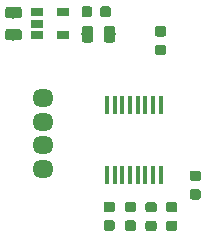
<source format=gbp>
G04 #@! TF.GenerationSoftware,KiCad,Pcbnew,(5.1.2)-1*
G04 #@! TF.CreationDate,2023-02-04T08:31:17+09:00*
G04 #@! TF.ProjectId,IR,49522e6b-6963-4616-945f-706362585858,v1.2*
G04 #@! TF.SameCoordinates,Original*
G04 #@! TF.FileFunction,Paste,Bot*
G04 #@! TF.FilePolarity,Positive*
%FSLAX46Y46*%
G04 Gerber Fmt 4.6, Leading zero omitted, Abs format (unit mm)*
G04 Created by KiCad (PCBNEW (5.1.2)-1) date 2023-02-04 08:31:17*
%MOMM*%
%LPD*%
G04 APERTURE LIST*
%ADD10C,0.050000*%
%ADD11C,0.875000*%
%ADD12O,1.800000X1.524000*%
%ADD13C,0.975000*%
%ADD14R,1.060000X0.650000*%
%ADD15R,0.450000X1.500000*%
G04 APERTURE END LIST*
D10*
G36*
X198367691Y-114146053D02*
G01*
X198388926Y-114149203D01*
X198409750Y-114154419D01*
X198429962Y-114161651D01*
X198449368Y-114170830D01*
X198467781Y-114181866D01*
X198485024Y-114194654D01*
X198500930Y-114209070D01*
X198515346Y-114224976D01*
X198528134Y-114242219D01*
X198539170Y-114260632D01*
X198548349Y-114280038D01*
X198555581Y-114300250D01*
X198560797Y-114321074D01*
X198563947Y-114342309D01*
X198565000Y-114363750D01*
X198565000Y-114801250D01*
X198563947Y-114822691D01*
X198560797Y-114843926D01*
X198555581Y-114864750D01*
X198548349Y-114884962D01*
X198539170Y-114904368D01*
X198528134Y-114922781D01*
X198515346Y-114940024D01*
X198500930Y-114955930D01*
X198485024Y-114970346D01*
X198467781Y-114983134D01*
X198449368Y-114994170D01*
X198429962Y-115003349D01*
X198409750Y-115010581D01*
X198388926Y-115015797D01*
X198367691Y-115018947D01*
X198346250Y-115020000D01*
X197833750Y-115020000D01*
X197812309Y-115018947D01*
X197791074Y-115015797D01*
X197770250Y-115010581D01*
X197750038Y-115003349D01*
X197730632Y-114994170D01*
X197712219Y-114983134D01*
X197694976Y-114970346D01*
X197679070Y-114955930D01*
X197664654Y-114940024D01*
X197651866Y-114922781D01*
X197640830Y-114904368D01*
X197631651Y-114884962D01*
X197624419Y-114864750D01*
X197619203Y-114843926D01*
X197616053Y-114822691D01*
X197615000Y-114801250D01*
X197615000Y-114363750D01*
X197616053Y-114342309D01*
X197619203Y-114321074D01*
X197624419Y-114300250D01*
X197631651Y-114280038D01*
X197640830Y-114260632D01*
X197651866Y-114242219D01*
X197664654Y-114224976D01*
X197679070Y-114209070D01*
X197694976Y-114194654D01*
X197712219Y-114181866D01*
X197730632Y-114170830D01*
X197750038Y-114161651D01*
X197770250Y-114154419D01*
X197791074Y-114149203D01*
X197812309Y-114146053D01*
X197833750Y-114145000D01*
X198346250Y-114145000D01*
X198367691Y-114146053D01*
X198367691Y-114146053D01*
G37*
D11*
X198090000Y-114582500D03*
D10*
G36*
X198367691Y-115721053D02*
G01*
X198388926Y-115724203D01*
X198409750Y-115729419D01*
X198429962Y-115736651D01*
X198449368Y-115745830D01*
X198467781Y-115756866D01*
X198485024Y-115769654D01*
X198500930Y-115784070D01*
X198515346Y-115799976D01*
X198528134Y-115817219D01*
X198539170Y-115835632D01*
X198548349Y-115855038D01*
X198555581Y-115875250D01*
X198560797Y-115896074D01*
X198563947Y-115917309D01*
X198565000Y-115938750D01*
X198565000Y-116376250D01*
X198563947Y-116397691D01*
X198560797Y-116418926D01*
X198555581Y-116439750D01*
X198548349Y-116459962D01*
X198539170Y-116479368D01*
X198528134Y-116497781D01*
X198515346Y-116515024D01*
X198500930Y-116530930D01*
X198485024Y-116545346D01*
X198467781Y-116558134D01*
X198449368Y-116569170D01*
X198429962Y-116578349D01*
X198409750Y-116585581D01*
X198388926Y-116590797D01*
X198367691Y-116593947D01*
X198346250Y-116595000D01*
X197833750Y-116595000D01*
X197812309Y-116593947D01*
X197791074Y-116590797D01*
X197770250Y-116585581D01*
X197750038Y-116578349D01*
X197730632Y-116569170D01*
X197712219Y-116558134D01*
X197694976Y-116545346D01*
X197679070Y-116530930D01*
X197664654Y-116515024D01*
X197651866Y-116497781D01*
X197640830Y-116479368D01*
X197631651Y-116459962D01*
X197624419Y-116439750D01*
X197619203Y-116418926D01*
X197616053Y-116397691D01*
X197615000Y-116376250D01*
X197615000Y-115938750D01*
X197616053Y-115917309D01*
X197619203Y-115896074D01*
X197624419Y-115875250D01*
X197631651Y-115855038D01*
X197640830Y-115835632D01*
X197651866Y-115817219D01*
X197664654Y-115799976D01*
X197679070Y-115784070D01*
X197694976Y-115769654D01*
X197712219Y-115756866D01*
X197730632Y-115745830D01*
X197750038Y-115736651D01*
X197770250Y-115729419D01*
X197791074Y-115724203D01*
X197812309Y-115721053D01*
X197833750Y-115720000D01*
X198346250Y-115720000D01*
X198367691Y-115721053D01*
X198367691Y-115721053D01*
G37*
D11*
X198090000Y-116157500D03*
D12*
X185200000Y-114000000D03*
X185200000Y-112000000D03*
X185200000Y-110000000D03*
X185200000Y-108000000D03*
D10*
G36*
X183180142Y-100276174D02*
G01*
X183203803Y-100279684D01*
X183227007Y-100285496D01*
X183249529Y-100293554D01*
X183271153Y-100303782D01*
X183291670Y-100316079D01*
X183310883Y-100330329D01*
X183328607Y-100346393D01*
X183344671Y-100364117D01*
X183358921Y-100383330D01*
X183371218Y-100403847D01*
X183381446Y-100425471D01*
X183389504Y-100447993D01*
X183395316Y-100471197D01*
X183398826Y-100494858D01*
X183400000Y-100518750D01*
X183400000Y-101006250D01*
X183398826Y-101030142D01*
X183395316Y-101053803D01*
X183389504Y-101077007D01*
X183381446Y-101099529D01*
X183371218Y-101121153D01*
X183358921Y-101141670D01*
X183344671Y-101160883D01*
X183328607Y-101178607D01*
X183310883Y-101194671D01*
X183291670Y-101208921D01*
X183271153Y-101221218D01*
X183249529Y-101231446D01*
X183227007Y-101239504D01*
X183203803Y-101245316D01*
X183180142Y-101248826D01*
X183156250Y-101250000D01*
X182243750Y-101250000D01*
X182219858Y-101248826D01*
X182196197Y-101245316D01*
X182172993Y-101239504D01*
X182150471Y-101231446D01*
X182128847Y-101221218D01*
X182108330Y-101208921D01*
X182089117Y-101194671D01*
X182071393Y-101178607D01*
X182055329Y-101160883D01*
X182041079Y-101141670D01*
X182028782Y-101121153D01*
X182018554Y-101099529D01*
X182010496Y-101077007D01*
X182004684Y-101053803D01*
X182001174Y-101030142D01*
X182000000Y-101006250D01*
X182000000Y-100518750D01*
X182001174Y-100494858D01*
X182004684Y-100471197D01*
X182010496Y-100447993D01*
X182018554Y-100425471D01*
X182028782Y-100403847D01*
X182041079Y-100383330D01*
X182055329Y-100364117D01*
X182071393Y-100346393D01*
X182089117Y-100330329D01*
X182108330Y-100316079D01*
X182128847Y-100303782D01*
X182150471Y-100293554D01*
X182172993Y-100285496D01*
X182196197Y-100279684D01*
X182219858Y-100276174D01*
X182243750Y-100275000D01*
X183156250Y-100275000D01*
X183180142Y-100276174D01*
X183180142Y-100276174D01*
G37*
D13*
X182700000Y-100762500D03*
D10*
G36*
X183180142Y-102151174D02*
G01*
X183203803Y-102154684D01*
X183227007Y-102160496D01*
X183249529Y-102168554D01*
X183271153Y-102178782D01*
X183291670Y-102191079D01*
X183310883Y-102205329D01*
X183328607Y-102221393D01*
X183344671Y-102239117D01*
X183358921Y-102258330D01*
X183371218Y-102278847D01*
X183381446Y-102300471D01*
X183389504Y-102322993D01*
X183395316Y-102346197D01*
X183398826Y-102369858D01*
X183400000Y-102393750D01*
X183400000Y-102881250D01*
X183398826Y-102905142D01*
X183395316Y-102928803D01*
X183389504Y-102952007D01*
X183381446Y-102974529D01*
X183371218Y-102996153D01*
X183358921Y-103016670D01*
X183344671Y-103035883D01*
X183328607Y-103053607D01*
X183310883Y-103069671D01*
X183291670Y-103083921D01*
X183271153Y-103096218D01*
X183249529Y-103106446D01*
X183227007Y-103114504D01*
X183203803Y-103120316D01*
X183180142Y-103123826D01*
X183156250Y-103125000D01*
X182243750Y-103125000D01*
X182219858Y-103123826D01*
X182196197Y-103120316D01*
X182172993Y-103114504D01*
X182150471Y-103106446D01*
X182128847Y-103096218D01*
X182108330Y-103083921D01*
X182089117Y-103069671D01*
X182071393Y-103053607D01*
X182055329Y-103035883D01*
X182041079Y-103016670D01*
X182028782Y-102996153D01*
X182018554Y-102974529D01*
X182010496Y-102952007D01*
X182004684Y-102928803D01*
X182001174Y-102905142D01*
X182000000Y-102881250D01*
X182000000Y-102393750D01*
X182001174Y-102369858D01*
X182004684Y-102346197D01*
X182010496Y-102322993D01*
X182018554Y-102300471D01*
X182028782Y-102278847D01*
X182041079Y-102258330D01*
X182055329Y-102239117D01*
X182071393Y-102221393D01*
X182089117Y-102205329D01*
X182108330Y-102191079D01*
X182128847Y-102178782D01*
X182150471Y-102168554D01*
X182172993Y-102160496D01*
X182196197Y-102154684D01*
X182219858Y-102151174D01*
X182243750Y-102150000D01*
X183156250Y-102150000D01*
X183180142Y-102151174D01*
X183180142Y-102151174D01*
G37*
D13*
X182700000Y-102637500D03*
D10*
G36*
X190727691Y-100226053D02*
G01*
X190748926Y-100229203D01*
X190769750Y-100234419D01*
X190789962Y-100241651D01*
X190809368Y-100250830D01*
X190827781Y-100261866D01*
X190845024Y-100274654D01*
X190860930Y-100289070D01*
X190875346Y-100304976D01*
X190888134Y-100322219D01*
X190899170Y-100340632D01*
X190908349Y-100360038D01*
X190915581Y-100380250D01*
X190920797Y-100401074D01*
X190923947Y-100422309D01*
X190925000Y-100443750D01*
X190925000Y-100956250D01*
X190923947Y-100977691D01*
X190920797Y-100998926D01*
X190915581Y-101019750D01*
X190908349Y-101039962D01*
X190899170Y-101059368D01*
X190888134Y-101077781D01*
X190875346Y-101095024D01*
X190860930Y-101110930D01*
X190845024Y-101125346D01*
X190827781Y-101138134D01*
X190809368Y-101149170D01*
X190789962Y-101158349D01*
X190769750Y-101165581D01*
X190748926Y-101170797D01*
X190727691Y-101173947D01*
X190706250Y-101175000D01*
X190268750Y-101175000D01*
X190247309Y-101173947D01*
X190226074Y-101170797D01*
X190205250Y-101165581D01*
X190185038Y-101158349D01*
X190165632Y-101149170D01*
X190147219Y-101138134D01*
X190129976Y-101125346D01*
X190114070Y-101110930D01*
X190099654Y-101095024D01*
X190086866Y-101077781D01*
X190075830Y-101059368D01*
X190066651Y-101039962D01*
X190059419Y-101019750D01*
X190054203Y-100998926D01*
X190051053Y-100977691D01*
X190050000Y-100956250D01*
X190050000Y-100443750D01*
X190051053Y-100422309D01*
X190054203Y-100401074D01*
X190059419Y-100380250D01*
X190066651Y-100360038D01*
X190075830Y-100340632D01*
X190086866Y-100322219D01*
X190099654Y-100304976D01*
X190114070Y-100289070D01*
X190129976Y-100274654D01*
X190147219Y-100261866D01*
X190165632Y-100250830D01*
X190185038Y-100241651D01*
X190205250Y-100234419D01*
X190226074Y-100229203D01*
X190247309Y-100226053D01*
X190268750Y-100225000D01*
X190706250Y-100225000D01*
X190727691Y-100226053D01*
X190727691Y-100226053D01*
G37*
D11*
X190487500Y-100700000D03*
D10*
G36*
X189152691Y-100226053D02*
G01*
X189173926Y-100229203D01*
X189194750Y-100234419D01*
X189214962Y-100241651D01*
X189234368Y-100250830D01*
X189252781Y-100261866D01*
X189270024Y-100274654D01*
X189285930Y-100289070D01*
X189300346Y-100304976D01*
X189313134Y-100322219D01*
X189324170Y-100340632D01*
X189333349Y-100360038D01*
X189340581Y-100380250D01*
X189345797Y-100401074D01*
X189348947Y-100422309D01*
X189350000Y-100443750D01*
X189350000Y-100956250D01*
X189348947Y-100977691D01*
X189345797Y-100998926D01*
X189340581Y-101019750D01*
X189333349Y-101039962D01*
X189324170Y-101059368D01*
X189313134Y-101077781D01*
X189300346Y-101095024D01*
X189285930Y-101110930D01*
X189270024Y-101125346D01*
X189252781Y-101138134D01*
X189234368Y-101149170D01*
X189214962Y-101158349D01*
X189194750Y-101165581D01*
X189173926Y-101170797D01*
X189152691Y-101173947D01*
X189131250Y-101175000D01*
X188693750Y-101175000D01*
X188672309Y-101173947D01*
X188651074Y-101170797D01*
X188630250Y-101165581D01*
X188610038Y-101158349D01*
X188590632Y-101149170D01*
X188572219Y-101138134D01*
X188554976Y-101125346D01*
X188539070Y-101110930D01*
X188524654Y-101095024D01*
X188511866Y-101077781D01*
X188500830Y-101059368D01*
X188491651Y-101039962D01*
X188484419Y-101019750D01*
X188479203Y-100998926D01*
X188476053Y-100977691D01*
X188475000Y-100956250D01*
X188475000Y-100443750D01*
X188476053Y-100422309D01*
X188479203Y-100401074D01*
X188484419Y-100380250D01*
X188491651Y-100360038D01*
X188500830Y-100340632D01*
X188511866Y-100322219D01*
X188524654Y-100304976D01*
X188539070Y-100289070D01*
X188554976Y-100274654D01*
X188572219Y-100261866D01*
X188590632Y-100250830D01*
X188610038Y-100241651D01*
X188630250Y-100234419D01*
X188651074Y-100229203D01*
X188672309Y-100226053D01*
X188693750Y-100225000D01*
X189131250Y-100225000D01*
X189152691Y-100226053D01*
X189152691Y-100226053D01*
G37*
D11*
X188912500Y-100700000D03*
D10*
G36*
X189230142Y-101901174D02*
G01*
X189253803Y-101904684D01*
X189277007Y-101910496D01*
X189299529Y-101918554D01*
X189321153Y-101928782D01*
X189341670Y-101941079D01*
X189360883Y-101955329D01*
X189378607Y-101971393D01*
X189394671Y-101989117D01*
X189408921Y-102008330D01*
X189421218Y-102028847D01*
X189431446Y-102050471D01*
X189439504Y-102072993D01*
X189445316Y-102096197D01*
X189448826Y-102119858D01*
X189450000Y-102143750D01*
X189450000Y-103056250D01*
X189448826Y-103080142D01*
X189445316Y-103103803D01*
X189439504Y-103127007D01*
X189431446Y-103149529D01*
X189421218Y-103171153D01*
X189408921Y-103191670D01*
X189394671Y-103210883D01*
X189378607Y-103228607D01*
X189360883Y-103244671D01*
X189341670Y-103258921D01*
X189321153Y-103271218D01*
X189299529Y-103281446D01*
X189277007Y-103289504D01*
X189253803Y-103295316D01*
X189230142Y-103298826D01*
X189206250Y-103300000D01*
X188718750Y-103300000D01*
X188694858Y-103298826D01*
X188671197Y-103295316D01*
X188647993Y-103289504D01*
X188625471Y-103281446D01*
X188603847Y-103271218D01*
X188583330Y-103258921D01*
X188564117Y-103244671D01*
X188546393Y-103228607D01*
X188530329Y-103210883D01*
X188516079Y-103191670D01*
X188503782Y-103171153D01*
X188493554Y-103149529D01*
X188485496Y-103127007D01*
X188479684Y-103103803D01*
X188476174Y-103080142D01*
X188475000Y-103056250D01*
X188475000Y-102143750D01*
X188476174Y-102119858D01*
X188479684Y-102096197D01*
X188485496Y-102072993D01*
X188493554Y-102050471D01*
X188503782Y-102028847D01*
X188516079Y-102008330D01*
X188530329Y-101989117D01*
X188546393Y-101971393D01*
X188564117Y-101955329D01*
X188583330Y-101941079D01*
X188603847Y-101928782D01*
X188625471Y-101918554D01*
X188647993Y-101910496D01*
X188671197Y-101904684D01*
X188694858Y-101901174D01*
X188718750Y-101900000D01*
X189206250Y-101900000D01*
X189230142Y-101901174D01*
X189230142Y-101901174D01*
G37*
D13*
X188962500Y-102600000D03*
D10*
G36*
X191105142Y-101901174D02*
G01*
X191128803Y-101904684D01*
X191152007Y-101910496D01*
X191174529Y-101918554D01*
X191196153Y-101928782D01*
X191216670Y-101941079D01*
X191235883Y-101955329D01*
X191253607Y-101971393D01*
X191269671Y-101989117D01*
X191283921Y-102008330D01*
X191296218Y-102028847D01*
X191306446Y-102050471D01*
X191314504Y-102072993D01*
X191320316Y-102096197D01*
X191323826Y-102119858D01*
X191325000Y-102143750D01*
X191325000Y-103056250D01*
X191323826Y-103080142D01*
X191320316Y-103103803D01*
X191314504Y-103127007D01*
X191306446Y-103149529D01*
X191296218Y-103171153D01*
X191283921Y-103191670D01*
X191269671Y-103210883D01*
X191253607Y-103228607D01*
X191235883Y-103244671D01*
X191216670Y-103258921D01*
X191196153Y-103271218D01*
X191174529Y-103281446D01*
X191152007Y-103289504D01*
X191128803Y-103295316D01*
X191105142Y-103298826D01*
X191081250Y-103300000D01*
X190593750Y-103300000D01*
X190569858Y-103298826D01*
X190546197Y-103295316D01*
X190522993Y-103289504D01*
X190500471Y-103281446D01*
X190478847Y-103271218D01*
X190458330Y-103258921D01*
X190439117Y-103244671D01*
X190421393Y-103228607D01*
X190405329Y-103210883D01*
X190391079Y-103191670D01*
X190378782Y-103171153D01*
X190368554Y-103149529D01*
X190360496Y-103127007D01*
X190354684Y-103103803D01*
X190351174Y-103080142D01*
X190350000Y-103056250D01*
X190350000Y-102143750D01*
X190351174Y-102119858D01*
X190354684Y-102096197D01*
X190360496Y-102072993D01*
X190368554Y-102050471D01*
X190378782Y-102028847D01*
X190391079Y-102008330D01*
X190405329Y-101989117D01*
X190421393Y-101971393D01*
X190439117Y-101955329D01*
X190458330Y-101941079D01*
X190478847Y-101928782D01*
X190500471Y-101918554D01*
X190522993Y-101910496D01*
X190546197Y-101904684D01*
X190569858Y-101901174D01*
X190593750Y-101900000D01*
X191081250Y-101900000D01*
X191105142Y-101901174D01*
X191105142Y-101901174D01*
G37*
D13*
X190837500Y-102600000D03*
D14*
X184700000Y-102650000D03*
X184700000Y-101700000D03*
X184700000Y-100750000D03*
X186900000Y-100750000D03*
X186900000Y-102650000D03*
D10*
G36*
X196377691Y-116814053D02*
G01*
X196398926Y-116817203D01*
X196419750Y-116822419D01*
X196439962Y-116829651D01*
X196459368Y-116838830D01*
X196477781Y-116849866D01*
X196495024Y-116862654D01*
X196510930Y-116877070D01*
X196525346Y-116892976D01*
X196538134Y-116910219D01*
X196549170Y-116928632D01*
X196558349Y-116948038D01*
X196565581Y-116968250D01*
X196570797Y-116989074D01*
X196573947Y-117010309D01*
X196575000Y-117031750D01*
X196575000Y-117469250D01*
X196573947Y-117490691D01*
X196570797Y-117511926D01*
X196565581Y-117532750D01*
X196558349Y-117552962D01*
X196549170Y-117572368D01*
X196538134Y-117590781D01*
X196525346Y-117608024D01*
X196510930Y-117623930D01*
X196495024Y-117638346D01*
X196477781Y-117651134D01*
X196459368Y-117662170D01*
X196439962Y-117671349D01*
X196419750Y-117678581D01*
X196398926Y-117683797D01*
X196377691Y-117686947D01*
X196356250Y-117688000D01*
X195843750Y-117688000D01*
X195822309Y-117686947D01*
X195801074Y-117683797D01*
X195780250Y-117678581D01*
X195760038Y-117671349D01*
X195740632Y-117662170D01*
X195722219Y-117651134D01*
X195704976Y-117638346D01*
X195689070Y-117623930D01*
X195674654Y-117608024D01*
X195661866Y-117590781D01*
X195650830Y-117572368D01*
X195641651Y-117552962D01*
X195634419Y-117532750D01*
X195629203Y-117511926D01*
X195626053Y-117490691D01*
X195625000Y-117469250D01*
X195625000Y-117031750D01*
X195626053Y-117010309D01*
X195629203Y-116989074D01*
X195634419Y-116968250D01*
X195641651Y-116948038D01*
X195650830Y-116928632D01*
X195661866Y-116910219D01*
X195674654Y-116892976D01*
X195689070Y-116877070D01*
X195704976Y-116862654D01*
X195722219Y-116849866D01*
X195740632Y-116838830D01*
X195760038Y-116829651D01*
X195780250Y-116822419D01*
X195801074Y-116817203D01*
X195822309Y-116814053D01*
X195843750Y-116813000D01*
X196356250Y-116813000D01*
X196377691Y-116814053D01*
X196377691Y-116814053D01*
G37*
D11*
X196100000Y-117250500D03*
D10*
G36*
X196377691Y-118389053D02*
G01*
X196398926Y-118392203D01*
X196419750Y-118397419D01*
X196439962Y-118404651D01*
X196459368Y-118413830D01*
X196477781Y-118424866D01*
X196495024Y-118437654D01*
X196510930Y-118452070D01*
X196525346Y-118467976D01*
X196538134Y-118485219D01*
X196549170Y-118503632D01*
X196558349Y-118523038D01*
X196565581Y-118543250D01*
X196570797Y-118564074D01*
X196573947Y-118585309D01*
X196575000Y-118606750D01*
X196575000Y-119044250D01*
X196573947Y-119065691D01*
X196570797Y-119086926D01*
X196565581Y-119107750D01*
X196558349Y-119127962D01*
X196549170Y-119147368D01*
X196538134Y-119165781D01*
X196525346Y-119183024D01*
X196510930Y-119198930D01*
X196495024Y-119213346D01*
X196477781Y-119226134D01*
X196459368Y-119237170D01*
X196439962Y-119246349D01*
X196419750Y-119253581D01*
X196398926Y-119258797D01*
X196377691Y-119261947D01*
X196356250Y-119263000D01*
X195843750Y-119263000D01*
X195822309Y-119261947D01*
X195801074Y-119258797D01*
X195780250Y-119253581D01*
X195760038Y-119246349D01*
X195740632Y-119237170D01*
X195722219Y-119226134D01*
X195704976Y-119213346D01*
X195689070Y-119198930D01*
X195674654Y-119183024D01*
X195661866Y-119165781D01*
X195650830Y-119147368D01*
X195641651Y-119127962D01*
X195634419Y-119107750D01*
X195629203Y-119086926D01*
X195626053Y-119065691D01*
X195625000Y-119044250D01*
X195625000Y-118606750D01*
X195626053Y-118585309D01*
X195629203Y-118564074D01*
X195634419Y-118543250D01*
X195641651Y-118523038D01*
X195650830Y-118503632D01*
X195661866Y-118485219D01*
X195674654Y-118467976D01*
X195689070Y-118452070D01*
X195704976Y-118437654D01*
X195722219Y-118424866D01*
X195740632Y-118413830D01*
X195760038Y-118404651D01*
X195780250Y-118397419D01*
X195801074Y-118392203D01*
X195822309Y-118389053D01*
X195843750Y-118388000D01*
X196356250Y-118388000D01*
X196377691Y-118389053D01*
X196377691Y-118389053D01*
G37*
D11*
X196100000Y-118825500D03*
D10*
G36*
X195427691Y-103493053D02*
G01*
X195448926Y-103496203D01*
X195469750Y-103501419D01*
X195489962Y-103508651D01*
X195509368Y-103517830D01*
X195527781Y-103528866D01*
X195545024Y-103541654D01*
X195560930Y-103556070D01*
X195575346Y-103571976D01*
X195588134Y-103589219D01*
X195599170Y-103607632D01*
X195608349Y-103627038D01*
X195615581Y-103647250D01*
X195620797Y-103668074D01*
X195623947Y-103689309D01*
X195625000Y-103710750D01*
X195625000Y-104148250D01*
X195623947Y-104169691D01*
X195620797Y-104190926D01*
X195615581Y-104211750D01*
X195608349Y-104231962D01*
X195599170Y-104251368D01*
X195588134Y-104269781D01*
X195575346Y-104287024D01*
X195560930Y-104302930D01*
X195545024Y-104317346D01*
X195527781Y-104330134D01*
X195509368Y-104341170D01*
X195489962Y-104350349D01*
X195469750Y-104357581D01*
X195448926Y-104362797D01*
X195427691Y-104365947D01*
X195406250Y-104367000D01*
X194893750Y-104367000D01*
X194872309Y-104365947D01*
X194851074Y-104362797D01*
X194830250Y-104357581D01*
X194810038Y-104350349D01*
X194790632Y-104341170D01*
X194772219Y-104330134D01*
X194754976Y-104317346D01*
X194739070Y-104302930D01*
X194724654Y-104287024D01*
X194711866Y-104269781D01*
X194700830Y-104251368D01*
X194691651Y-104231962D01*
X194684419Y-104211750D01*
X194679203Y-104190926D01*
X194676053Y-104169691D01*
X194675000Y-104148250D01*
X194675000Y-103710750D01*
X194676053Y-103689309D01*
X194679203Y-103668074D01*
X194684419Y-103647250D01*
X194691651Y-103627038D01*
X194700830Y-103607632D01*
X194711866Y-103589219D01*
X194724654Y-103571976D01*
X194739070Y-103556070D01*
X194754976Y-103541654D01*
X194772219Y-103528866D01*
X194790632Y-103517830D01*
X194810038Y-103508651D01*
X194830250Y-103501419D01*
X194851074Y-103496203D01*
X194872309Y-103493053D01*
X194893750Y-103492000D01*
X195406250Y-103492000D01*
X195427691Y-103493053D01*
X195427691Y-103493053D01*
G37*
D11*
X195150000Y-103929500D03*
D10*
G36*
X195427691Y-101918053D02*
G01*
X195448926Y-101921203D01*
X195469750Y-101926419D01*
X195489962Y-101933651D01*
X195509368Y-101942830D01*
X195527781Y-101953866D01*
X195545024Y-101966654D01*
X195560930Y-101981070D01*
X195575346Y-101996976D01*
X195588134Y-102014219D01*
X195599170Y-102032632D01*
X195608349Y-102052038D01*
X195615581Y-102072250D01*
X195620797Y-102093074D01*
X195623947Y-102114309D01*
X195625000Y-102135750D01*
X195625000Y-102573250D01*
X195623947Y-102594691D01*
X195620797Y-102615926D01*
X195615581Y-102636750D01*
X195608349Y-102656962D01*
X195599170Y-102676368D01*
X195588134Y-102694781D01*
X195575346Y-102712024D01*
X195560930Y-102727930D01*
X195545024Y-102742346D01*
X195527781Y-102755134D01*
X195509368Y-102766170D01*
X195489962Y-102775349D01*
X195469750Y-102782581D01*
X195448926Y-102787797D01*
X195427691Y-102790947D01*
X195406250Y-102792000D01*
X194893750Y-102792000D01*
X194872309Y-102790947D01*
X194851074Y-102787797D01*
X194830250Y-102782581D01*
X194810038Y-102775349D01*
X194790632Y-102766170D01*
X194772219Y-102755134D01*
X194754976Y-102742346D01*
X194739070Y-102727930D01*
X194724654Y-102712024D01*
X194711866Y-102694781D01*
X194700830Y-102676368D01*
X194691651Y-102656962D01*
X194684419Y-102636750D01*
X194679203Y-102615926D01*
X194676053Y-102594691D01*
X194675000Y-102573250D01*
X194675000Y-102135750D01*
X194676053Y-102114309D01*
X194679203Y-102093074D01*
X194684419Y-102072250D01*
X194691651Y-102052038D01*
X194700830Y-102032632D01*
X194711866Y-102014219D01*
X194724654Y-101996976D01*
X194739070Y-101981070D01*
X194754976Y-101966654D01*
X194772219Y-101953866D01*
X194790632Y-101942830D01*
X194810038Y-101933651D01*
X194830250Y-101926419D01*
X194851074Y-101921203D01*
X194872309Y-101918053D01*
X194893750Y-101917000D01*
X195406250Y-101917000D01*
X195427691Y-101918053D01*
X195427691Y-101918053D01*
G37*
D11*
X195150000Y-102354500D03*
D10*
G36*
X192877691Y-118363053D02*
G01*
X192898926Y-118366203D01*
X192919750Y-118371419D01*
X192939962Y-118378651D01*
X192959368Y-118387830D01*
X192977781Y-118398866D01*
X192995024Y-118411654D01*
X193010930Y-118426070D01*
X193025346Y-118441976D01*
X193038134Y-118459219D01*
X193049170Y-118477632D01*
X193058349Y-118497038D01*
X193065581Y-118517250D01*
X193070797Y-118538074D01*
X193073947Y-118559309D01*
X193075000Y-118580750D01*
X193075000Y-119018250D01*
X193073947Y-119039691D01*
X193070797Y-119060926D01*
X193065581Y-119081750D01*
X193058349Y-119101962D01*
X193049170Y-119121368D01*
X193038134Y-119139781D01*
X193025346Y-119157024D01*
X193010930Y-119172930D01*
X192995024Y-119187346D01*
X192977781Y-119200134D01*
X192959368Y-119211170D01*
X192939962Y-119220349D01*
X192919750Y-119227581D01*
X192898926Y-119232797D01*
X192877691Y-119235947D01*
X192856250Y-119237000D01*
X192343750Y-119237000D01*
X192322309Y-119235947D01*
X192301074Y-119232797D01*
X192280250Y-119227581D01*
X192260038Y-119220349D01*
X192240632Y-119211170D01*
X192222219Y-119200134D01*
X192204976Y-119187346D01*
X192189070Y-119172930D01*
X192174654Y-119157024D01*
X192161866Y-119139781D01*
X192150830Y-119121368D01*
X192141651Y-119101962D01*
X192134419Y-119081750D01*
X192129203Y-119060926D01*
X192126053Y-119039691D01*
X192125000Y-119018250D01*
X192125000Y-118580750D01*
X192126053Y-118559309D01*
X192129203Y-118538074D01*
X192134419Y-118517250D01*
X192141651Y-118497038D01*
X192150830Y-118477632D01*
X192161866Y-118459219D01*
X192174654Y-118441976D01*
X192189070Y-118426070D01*
X192204976Y-118411654D01*
X192222219Y-118398866D01*
X192240632Y-118387830D01*
X192260038Y-118378651D01*
X192280250Y-118371419D01*
X192301074Y-118366203D01*
X192322309Y-118363053D01*
X192343750Y-118362000D01*
X192856250Y-118362000D01*
X192877691Y-118363053D01*
X192877691Y-118363053D01*
G37*
D11*
X192600000Y-118799500D03*
D10*
G36*
X192877691Y-116788053D02*
G01*
X192898926Y-116791203D01*
X192919750Y-116796419D01*
X192939962Y-116803651D01*
X192959368Y-116812830D01*
X192977781Y-116823866D01*
X192995024Y-116836654D01*
X193010930Y-116851070D01*
X193025346Y-116866976D01*
X193038134Y-116884219D01*
X193049170Y-116902632D01*
X193058349Y-116922038D01*
X193065581Y-116942250D01*
X193070797Y-116963074D01*
X193073947Y-116984309D01*
X193075000Y-117005750D01*
X193075000Y-117443250D01*
X193073947Y-117464691D01*
X193070797Y-117485926D01*
X193065581Y-117506750D01*
X193058349Y-117526962D01*
X193049170Y-117546368D01*
X193038134Y-117564781D01*
X193025346Y-117582024D01*
X193010930Y-117597930D01*
X192995024Y-117612346D01*
X192977781Y-117625134D01*
X192959368Y-117636170D01*
X192939962Y-117645349D01*
X192919750Y-117652581D01*
X192898926Y-117657797D01*
X192877691Y-117660947D01*
X192856250Y-117662000D01*
X192343750Y-117662000D01*
X192322309Y-117660947D01*
X192301074Y-117657797D01*
X192280250Y-117652581D01*
X192260038Y-117645349D01*
X192240632Y-117636170D01*
X192222219Y-117625134D01*
X192204976Y-117612346D01*
X192189070Y-117597930D01*
X192174654Y-117582024D01*
X192161866Y-117564781D01*
X192150830Y-117546368D01*
X192141651Y-117526962D01*
X192134419Y-117506750D01*
X192129203Y-117485926D01*
X192126053Y-117464691D01*
X192125000Y-117443250D01*
X192125000Y-117005750D01*
X192126053Y-116984309D01*
X192129203Y-116963074D01*
X192134419Y-116942250D01*
X192141651Y-116922038D01*
X192150830Y-116902632D01*
X192161866Y-116884219D01*
X192174654Y-116866976D01*
X192189070Y-116851070D01*
X192204976Y-116836654D01*
X192222219Y-116823866D01*
X192240632Y-116812830D01*
X192260038Y-116803651D01*
X192280250Y-116796419D01*
X192301074Y-116791203D01*
X192322309Y-116788053D01*
X192343750Y-116787000D01*
X192856250Y-116787000D01*
X192877691Y-116788053D01*
X192877691Y-116788053D01*
G37*
D11*
X192600000Y-117224500D03*
D10*
G36*
X194627691Y-118389053D02*
G01*
X194648926Y-118392203D01*
X194669750Y-118397419D01*
X194689962Y-118404651D01*
X194709368Y-118413830D01*
X194727781Y-118424866D01*
X194745024Y-118437654D01*
X194760930Y-118452070D01*
X194775346Y-118467976D01*
X194788134Y-118485219D01*
X194799170Y-118503632D01*
X194808349Y-118523038D01*
X194815581Y-118543250D01*
X194820797Y-118564074D01*
X194823947Y-118585309D01*
X194825000Y-118606750D01*
X194825000Y-119044250D01*
X194823947Y-119065691D01*
X194820797Y-119086926D01*
X194815581Y-119107750D01*
X194808349Y-119127962D01*
X194799170Y-119147368D01*
X194788134Y-119165781D01*
X194775346Y-119183024D01*
X194760930Y-119198930D01*
X194745024Y-119213346D01*
X194727781Y-119226134D01*
X194709368Y-119237170D01*
X194689962Y-119246349D01*
X194669750Y-119253581D01*
X194648926Y-119258797D01*
X194627691Y-119261947D01*
X194606250Y-119263000D01*
X194093750Y-119263000D01*
X194072309Y-119261947D01*
X194051074Y-119258797D01*
X194030250Y-119253581D01*
X194010038Y-119246349D01*
X193990632Y-119237170D01*
X193972219Y-119226134D01*
X193954976Y-119213346D01*
X193939070Y-119198930D01*
X193924654Y-119183024D01*
X193911866Y-119165781D01*
X193900830Y-119147368D01*
X193891651Y-119127962D01*
X193884419Y-119107750D01*
X193879203Y-119086926D01*
X193876053Y-119065691D01*
X193875000Y-119044250D01*
X193875000Y-118606750D01*
X193876053Y-118585309D01*
X193879203Y-118564074D01*
X193884419Y-118543250D01*
X193891651Y-118523038D01*
X193900830Y-118503632D01*
X193911866Y-118485219D01*
X193924654Y-118467976D01*
X193939070Y-118452070D01*
X193954976Y-118437654D01*
X193972219Y-118424866D01*
X193990632Y-118413830D01*
X194010038Y-118404651D01*
X194030250Y-118397419D01*
X194051074Y-118392203D01*
X194072309Y-118389053D01*
X194093750Y-118388000D01*
X194606250Y-118388000D01*
X194627691Y-118389053D01*
X194627691Y-118389053D01*
G37*
D11*
X194350000Y-118825500D03*
D10*
G36*
X194627691Y-116814053D02*
G01*
X194648926Y-116817203D01*
X194669750Y-116822419D01*
X194689962Y-116829651D01*
X194709368Y-116838830D01*
X194727781Y-116849866D01*
X194745024Y-116862654D01*
X194760930Y-116877070D01*
X194775346Y-116892976D01*
X194788134Y-116910219D01*
X194799170Y-116928632D01*
X194808349Y-116948038D01*
X194815581Y-116968250D01*
X194820797Y-116989074D01*
X194823947Y-117010309D01*
X194825000Y-117031750D01*
X194825000Y-117469250D01*
X194823947Y-117490691D01*
X194820797Y-117511926D01*
X194815581Y-117532750D01*
X194808349Y-117552962D01*
X194799170Y-117572368D01*
X194788134Y-117590781D01*
X194775346Y-117608024D01*
X194760930Y-117623930D01*
X194745024Y-117638346D01*
X194727781Y-117651134D01*
X194709368Y-117662170D01*
X194689962Y-117671349D01*
X194669750Y-117678581D01*
X194648926Y-117683797D01*
X194627691Y-117686947D01*
X194606250Y-117688000D01*
X194093750Y-117688000D01*
X194072309Y-117686947D01*
X194051074Y-117683797D01*
X194030250Y-117678581D01*
X194010038Y-117671349D01*
X193990632Y-117662170D01*
X193972219Y-117651134D01*
X193954976Y-117638346D01*
X193939070Y-117623930D01*
X193924654Y-117608024D01*
X193911866Y-117590781D01*
X193900830Y-117572368D01*
X193891651Y-117552962D01*
X193884419Y-117532750D01*
X193879203Y-117511926D01*
X193876053Y-117490691D01*
X193875000Y-117469250D01*
X193875000Y-117031750D01*
X193876053Y-117010309D01*
X193879203Y-116989074D01*
X193884419Y-116968250D01*
X193891651Y-116948038D01*
X193900830Y-116928632D01*
X193911866Y-116910219D01*
X193924654Y-116892976D01*
X193939070Y-116877070D01*
X193954976Y-116862654D01*
X193972219Y-116849866D01*
X193990632Y-116838830D01*
X194010038Y-116829651D01*
X194030250Y-116822419D01*
X194051074Y-116817203D01*
X194072309Y-116814053D01*
X194093750Y-116813000D01*
X194606250Y-116813000D01*
X194627691Y-116814053D01*
X194627691Y-116814053D01*
G37*
D11*
X194350000Y-117250500D03*
D10*
G36*
X191077691Y-116776053D02*
G01*
X191098926Y-116779203D01*
X191119750Y-116784419D01*
X191139962Y-116791651D01*
X191159368Y-116800830D01*
X191177781Y-116811866D01*
X191195024Y-116824654D01*
X191210930Y-116839070D01*
X191225346Y-116854976D01*
X191238134Y-116872219D01*
X191249170Y-116890632D01*
X191258349Y-116910038D01*
X191265581Y-116930250D01*
X191270797Y-116951074D01*
X191273947Y-116972309D01*
X191275000Y-116993750D01*
X191275000Y-117431250D01*
X191273947Y-117452691D01*
X191270797Y-117473926D01*
X191265581Y-117494750D01*
X191258349Y-117514962D01*
X191249170Y-117534368D01*
X191238134Y-117552781D01*
X191225346Y-117570024D01*
X191210930Y-117585930D01*
X191195024Y-117600346D01*
X191177781Y-117613134D01*
X191159368Y-117624170D01*
X191139962Y-117633349D01*
X191119750Y-117640581D01*
X191098926Y-117645797D01*
X191077691Y-117648947D01*
X191056250Y-117650000D01*
X190543750Y-117650000D01*
X190522309Y-117648947D01*
X190501074Y-117645797D01*
X190480250Y-117640581D01*
X190460038Y-117633349D01*
X190440632Y-117624170D01*
X190422219Y-117613134D01*
X190404976Y-117600346D01*
X190389070Y-117585930D01*
X190374654Y-117570024D01*
X190361866Y-117552781D01*
X190350830Y-117534368D01*
X190341651Y-117514962D01*
X190334419Y-117494750D01*
X190329203Y-117473926D01*
X190326053Y-117452691D01*
X190325000Y-117431250D01*
X190325000Y-116993750D01*
X190326053Y-116972309D01*
X190329203Y-116951074D01*
X190334419Y-116930250D01*
X190341651Y-116910038D01*
X190350830Y-116890632D01*
X190361866Y-116872219D01*
X190374654Y-116854976D01*
X190389070Y-116839070D01*
X190404976Y-116824654D01*
X190422219Y-116811866D01*
X190440632Y-116800830D01*
X190460038Y-116791651D01*
X190480250Y-116784419D01*
X190501074Y-116779203D01*
X190522309Y-116776053D01*
X190543750Y-116775000D01*
X191056250Y-116775000D01*
X191077691Y-116776053D01*
X191077691Y-116776053D01*
G37*
D11*
X190800000Y-117212500D03*
D10*
G36*
X191077691Y-118351053D02*
G01*
X191098926Y-118354203D01*
X191119750Y-118359419D01*
X191139962Y-118366651D01*
X191159368Y-118375830D01*
X191177781Y-118386866D01*
X191195024Y-118399654D01*
X191210930Y-118414070D01*
X191225346Y-118429976D01*
X191238134Y-118447219D01*
X191249170Y-118465632D01*
X191258349Y-118485038D01*
X191265581Y-118505250D01*
X191270797Y-118526074D01*
X191273947Y-118547309D01*
X191275000Y-118568750D01*
X191275000Y-119006250D01*
X191273947Y-119027691D01*
X191270797Y-119048926D01*
X191265581Y-119069750D01*
X191258349Y-119089962D01*
X191249170Y-119109368D01*
X191238134Y-119127781D01*
X191225346Y-119145024D01*
X191210930Y-119160930D01*
X191195024Y-119175346D01*
X191177781Y-119188134D01*
X191159368Y-119199170D01*
X191139962Y-119208349D01*
X191119750Y-119215581D01*
X191098926Y-119220797D01*
X191077691Y-119223947D01*
X191056250Y-119225000D01*
X190543750Y-119225000D01*
X190522309Y-119223947D01*
X190501074Y-119220797D01*
X190480250Y-119215581D01*
X190460038Y-119208349D01*
X190440632Y-119199170D01*
X190422219Y-119188134D01*
X190404976Y-119175346D01*
X190389070Y-119160930D01*
X190374654Y-119145024D01*
X190361866Y-119127781D01*
X190350830Y-119109368D01*
X190341651Y-119089962D01*
X190334419Y-119069750D01*
X190329203Y-119048926D01*
X190326053Y-119027691D01*
X190325000Y-119006250D01*
X190325000Y-118568750D01*
X190326053Y-118547309D01*
X190329203Y-118526074D01*
X190334419Y-118505250D01*
X190341651Y-118485038D01*
X190350830Y-118465632D01*
X190361866Y-118447219D01*
X190374654Y-118429976D01*
X190389070Y-118414070D01*
X190404976Y-118399654D01*
X190422219Y-118386866D01*
X190440632Y-118375830D01*
X190460038Y-118366651D01*
X190480250Y-118359419D01*
X190501074Y-118354203D01*
X190522309Y-118351053D01*
X190543750Y-118350000D01*
X191056250Y-118350000D01*
X191077691Y-118351053D01*
X191077691Y-118351053D01*
G37*
D11*
X190800000Y-118787500D03*
D15*
X195175000Y-114500000D03*
X194525000Y-114500000D03*
X193875000Y-114500000D03*
X193225000Y-114500000D03*
X192575000Y-114500000D03*
X191925000Y-114500000D03*
X191275000Y-114500000D03*
X190625000Y-114500000D03*
X190625000Y-108600000D03*
X191275000Y-108600000D03*
X191925000Y-108600000D03*
X192575000Y-108600000D03*
X193225000Y-108600000D03*
X193875000Y-108600000D03*
X194525000Y-108600000D03*
X195175000Y-108600000D03*
M02*

</source>
